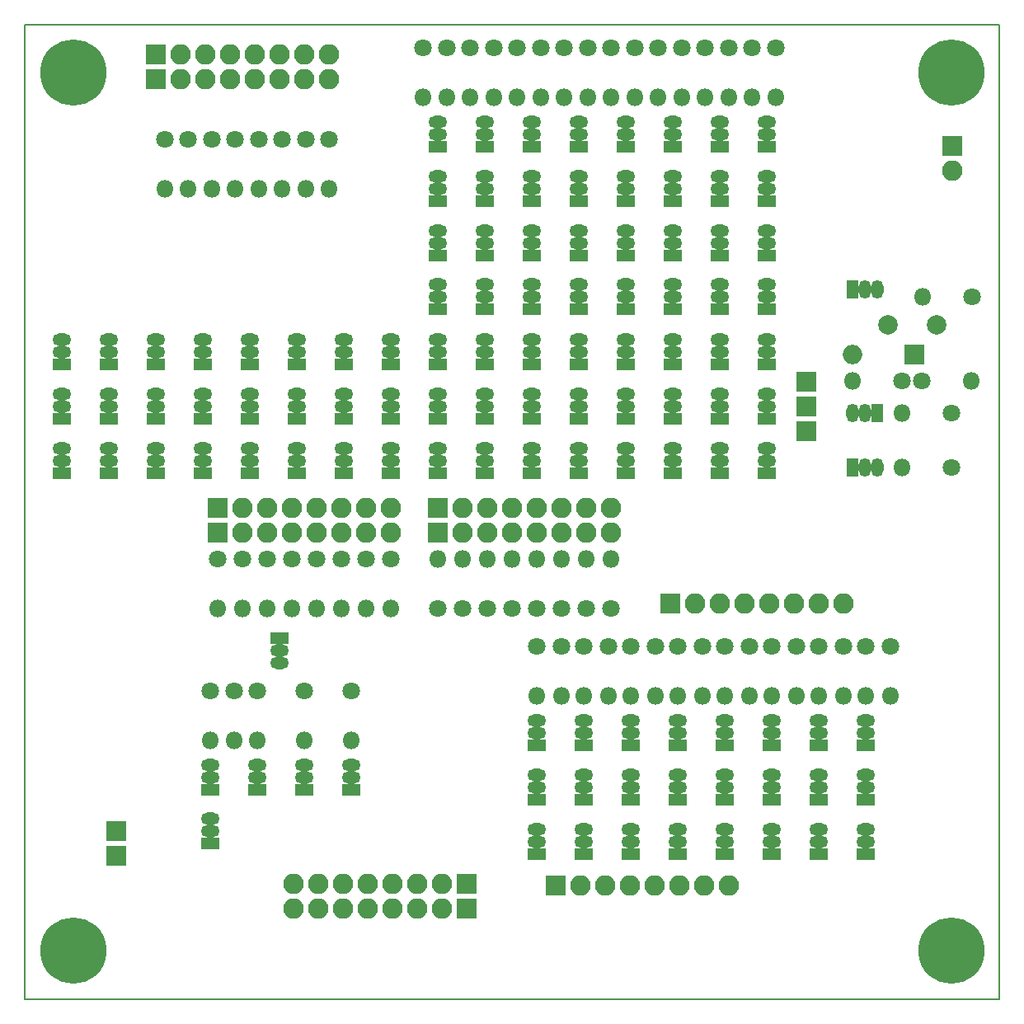
<source format=gbr>
%TF.GenerationSoftware,KiCad,Pcbnew,4.0.7-e2-6376~61~ubuntu18.04.1*%
%TF.CreationDate,2020-08-23T10:07:49+02:00*%
%TF.ProjectId,controller,636F6E74726F6C6C65722E6B69636164,rev?*%
%TF.FileFunction,Soldermask,Bot*%
%FSLAX46Y46*%
G04 Gerber Fmt 4.6, Leading zero omitted, Abs format (unit mm)*
G04 Created by KiCad (PCBNEW 4.0.7-e2-6376~61~ubuntu18.04.1) date Sun Aug 23 10:07:49 2020*
%MOMM*%
%LPD*%
G01*
G04 APERTURE LIST*
%ADD10C,0.100000*%
%ADD11C,0.150000*%
%ADD12C,2.000000*%
%ADD13R,2.000000X2.000000*%
%ADD14O,2.000000X2.000000*%
%ADD15R,2.100000X2.100000*%
%ADD16O,2.100000X2.100000*%
%ADD17O,1.300000X1.900000*%
%ADD18R,1.300000X1.900000*%
%ADD19O,1.900000X1.300000*%
%ADD20R,1.900000X1.300000*%
%ADD21C,1.800000*%
%ADD22O,1.800000X1.800000*%
%ADD23C,6.800000*%
G04 APERTURE END LIST*
D10*
D11*
X41440000Y-15405000D02*
X41440000Y-115405000D01*
X41440000Y-115405000D02*
X141440000Y-115405000D01*
X141440000Y-15405000D02*
X141440000Y-115405000D01*
X41440000Y-15405000D02*
X141440000Y-15405000D01*
D12*
X135048000Y-46228000D03*
X130048000Y-46228000D03*
D13*
X132715000Y-49276000D03*
D14*
X126365000Y-49276000D03*
D15*
X121666000Y-57150000D03*
X83820000Y-67564000D03*
D16*
X86360000Y-67564000D03*
X88900000Y-67564000D03*
X91440000Y-67564000D03*
X93980000Y-67564000D03*
X96520000Y-67564000D03*
X99060000Y-67564000D03*
X101600000Y-67564000D03*
D15*
X83820000Y-65024000D03*
D16*
X86360000Y-65024000D03*
X88900000Y-65024000D03*
X91440000Y-65024000D03*
X93980000Y-65024000D03*
X96520000Y-65024000D03*
X99060000Y-65024000D03*
X101600000Y-65024000D03*
D15*
X61214000Y-67564000D03*
D16*
X63754000Y-67564000D03*
X66294000Y-67564000D03*
X68834000Y-67564000D03*
X71374000Y-67564000D03*
X73914000Y-67564000D03*
X76454000Y-67564000D03*
X78994000Y-67564000D03*
D15*
X61214000Y-65024000D03*
D16*
X63754000Y-65024000D03*
X66294000Y-65024000D03*
X68834000Y-65024000D03*
X71374000Y-65024000D03*
X73914000Y-65024000D03*
X76454000Y-65024000D03*
X78994000Y-65024000D03*
D15*
X121666000Y-54610000D03*
X121666000Y-52070000D03*
X54864000Y-18415000D03*
D16*
X57404000Y-18415000D03*
X59944000Y-18415000D03*
X62484000Y-18415000D03*
X65024000Y-18415000D03*
X67564000Y-18415000D03*
X70104000Y-18415000D03*
X72644000Y-18415000D03*
D15*
X54864000Y-20955000D03*
D16*
X57404000Y-20955000D03*
X59944000Y-20955000D03*
X62484000Y-20955000D03*
X65024000Y-20955000D03*
X67564000Y-20955000D03*
X70104000Y-20955000D03*
X72644000Y-20955000D03*
D15*
X107696000Y-74803000D03*
D16*
X110236000Y-74803000D03*
X112776000Y-74803000D03*
X115316000Y-74803000D03*
X117856000Y-74803000D03*
X120396000Y-74803000D03*
X122936000Y-74803000D03*
X125476000Y-74803000D03*
D15*
X50800000Y-100711000D03*
X50800000Y-98171000D03*
X95885000Y-103759000D03*
D16*
X98425000Y-103759000D03*
X100965000Y-103759000D03*
X103505000Y-103759000D03*
X106045000Y-103759000D03*
X108585000Y-103759000D03*
X111125000Y-103759000D03*
X113665000Y-103759000D03*
D15*
X86741000Y-106172000D03*
D16*
X84201000Y-106172000D03*
X81661000Y-106172000D03*
X79121000Y-106172000D03*
X76581000Y-106172000D03*
X74041000Y-106172000D03*
X71501000Y-106172000D03*
X68961000Y-106172000D03*
D15*
X86741000Y-103632000D03*
D16*
X84201000Y-103632000D03*
X81661000Y-103632000D03*
X79121000Y-103632000D03*
X76581000Y-103632000D03*
X74041000Y-103632000D03*
X71501000Y-103632000D03*
X68961000Y-103632000D03*
D15*
X136652000Y-27813000D03*
D16*
X136652000Y-30353000D03*
D17*
X127635000Y-42545000D03*
X128905000Y-42545000D03*
D18*
X126365000Y-42545000D03*
D17*
X127635000Y-55245000D03*
X126365000Y-55245000D03*
D18*
X128905000Y-55245000D03*
D17*
X127635000Y-60833000D03*
X128905000Y-60833000D03*
D18*
X126365000Y-60833000D03*
D19*
X67564000Y-79629000D03*
X67564000Y-80899000D03*
D20*
X67564000Y-78359000D03*
D19*
X70104000Y-92710000D03*
X70104000Y-91440000D03*
D20*
X70104000Y-93980000D03*
D19*
X74930000Y-92710000D03*
X74930000Y-91440000D03*
D20*
X74930000Y-93980000D03*
D19*
X60452000Y-98171000D03*
X60452000Y-96901000D03*
D20*
X60452000Y-99441000D03*
D19*
X60452000Y-92710000D03*
X60452000Y-91440000D03*
D20*
X60452000Y-93980000D03*
D19*
X65278000Y-92710000D03*
X65278000Y-91440000D03*
D20*
X65278000Y-93980000D03*
D19*
X83820000Y-37846000D03*
X83820000Y-36576000D03*
D20*
X83820000Y-39116000D03*
D19*
X83820000Y-26670000D03*
X83820000Y-25400000D03*
D20*
X83820000Y-27940000D03*
D19*
X83820000Y-32258000D03*
X83820000Y-30988000D03*
D20*
X83820000Y-33528000D03*
D19*
X88646000Y-37846000D03*
X88646000Y-36576000D03*
D20*
X88646000Y-39116000D03*
D19*
X88646000Y-26670000D03*
X88646000Y-25400000D03*
D20*
X88646000Y-27940000D03*
D19*
X88646000Y-32258000D03*
X88646000Y-30988000D03*
D20*
X88646000Y-33528000D03*
D19*
X93472000Y-37846000D03*
X93472000Y-36576000D03*
D20*
X93472000Y-39116000D03*
D19*
X93472000Y-26670000D03*
X93472000Y-25400000D03*
D20*
X93472000Y-27940000D03*
D19*
X93472000Y-32258000D03*
X93472000Y-30988000D03*
D20*
X93472000Y-33528000D03*
D19*
X98298000Y-37846000D03*
X98298000Y-36576000D03*
D20*
X98298000Y-39116000D03*
D19*
X98298000Y-26670000D03*
X98298000Y-25400000D03*
D20*
X98298000Y-27940000D03*
D19*
X98298000Y-32258000D03*
X98298000Y-30988000D03*
D20*
X98298000Y-33528000D03*
D19*
X103124000Y-37846000D03*
X103124000Y-36576000D03*
D20*
X103124000Y-39116000D03*
D19*
X103124000Y-26670000D03*
X103124000Y-25400000D03*
D20*
X103124000Y-27940000D03*
D19*
X103124000Y-32258000D03*
X103124000Y-30988000D03*
D20*
X103124000Y-33528000D03*
D19*
X107950000Y-37846000D03*
X107950000Y-36576000D03*
D20*
X107950000Y-39116000D03*
D19*
X107950000Y-26670000D03*
X107950000Y-25400000D03*
D20*
X107950000Y-27940000D03*
D19*
X107950000Y-32258000D03*
X107950000Y-30988000D03*
D20*
X107950000Y-33528000D03*
D19*
X112776000Y-37846000D03*
X112776000Y-36576000D03*
D20*
X112776000Y-39116000D03*
D19*
X112776000Y-26670000D03*
X112776000Y-25400000D03*
D20*
X112776000Y-27940000D03*
D19*
X112776000Y-32258000D03*
X112776000Y-30988000D03*
D20*
X112776000Y-33528000D03*
D19*
X117602000Y-37846000D03*
X117602000Y-36576000D03*
D20*
X117602000Y-39116000D03*
D19*
X117602000Y-26670000D03*
X117602000Y-25400000D03*
D20*
X117602000Y-27940000D03*
D19*
X117602000Y-32258000D03*
X117602000Y-30988000D03*
D20*
X117602000Y-33528000D03*
D19*
X45212000Y-49022000D03*
X45212000Y-47752000D03*
D20*
X45212000Y-50292000D03*
D19*
X45212000Y-54610000D03*
X45212000Y-53340000D03*
D20*
X45212000Y-55880000D03*
D19*
X50038000Y-49022000D03*
X50038000Y-47752000D03*
D20*
X50038000Y-50292000D03*
D19*
X50038000Y-54610000D03*
X50038000Y-53340000D03*
D20*
X50038000Y-55880000D03*
D19*
X54864000Y-49022000D03*
X54864000Y-47752000D03*
D20*
X54864000Y-50292000D03*
D19*
X54864000Y-54610000D03*
X54864000Y-53340000D03*
D20*
X54864000Y-55880000D03*
D19*
X59690000Y-49022000D03*
X59690000Y-47752000D03*
D20*
X59690000Y-50292000D03*
D19*
X59690000Y-54610000D03*
X59690000Y-53340000D03*
D20*
X59690000Y-55880000D03*
D19*
X64516000Y-49022000D03*
X64516000Y-47752000D03*
D20*
X64516000Y-50292000D03*
D19*
X64516000Y-54610000D03*
X64516000Y-53340000D03*
D20*
X64516000Y-55880000D03*
D19*
X69342000Y-49022000D03*
X69342000Y-47752000D03*
D20*
X69342000Y-50292000D03*
D19*
X69342000Y-54610000D03*
X69342000Y-53340000D03*
D20*
X69342000Y-55880000D03*
D19*
X74168000Y-49022000D03*
X74168000Y-47752000D03*
D20*
X74168000Y-50292000D03*
D19*
X74168000Y-54610000D03*
X74168000Y-53340000D03*
D20*
X74168000Y-55880000D03*
D19*
X78994000Y-49022000D03*
X78994000Y-47752000D03*
D20*
X78994000Y-50292000D03*
D19*
X78994000Y-54610000D03*
X78994000Y-53340000D03*
D20*
X78994000Y-55880000D03*
D19*
X83820000Y-49022000D03*
X83820000Y-47752000D03*
D20*
X83820000Y-50292000D03*
D19*
X83820000Y-54610000D03*
X83820000Y-53340000D03*
D20*
X83820000Y-55880000D03*
D19*
X88646000Y-49022000D03*
X88646000Y-47752000D03*
D20*
X88646000Y-50292000D03*
D19*
X88646000Y-54610000D03*
X88646000Y-53340000D03*
D20*
X88646000Y-55880000D03*
D19*
X93472000Y-49022000D03*
X93472000Y-47752000D03*
D20*
X93472000Y-50292000D03*
D19*
X93472000Y-54610000D03*
X93472000Y-53340000D03*
D20*
X93472000Y-55880000D03*
D19*
X98298000Y-49022000D03*
X98298000Y-47752000D03*
D20*
X98298000Y-50292000D03*
D19*
X98298000Y-54610000D03*
X98298000Y-53340000D03*
D20*
X98298000Y-55880000D03*
D19*
X103124000Y-49022000D03*
X103124000Y-47752000D03*
D20*
X103124000Y-50292000D03*
D19*
X103124000Y-54610000D03*
X103124000Y-53340000D03*
D20*
X103124000Y-55880000D03*
D19*
X107950000Y-49022000D03*
X107950000Y-47752000D03*
D20*
X107950000Y-50292000D03*
D19*
X107950000Y-54610000D03*
X107950000Y-53340000D03*
D20*
X107950000Y-55880000D03*
D19*
X112776000Y-49022000D03*
X112776000Y-47752000D03*
D20*
X112776000Y-50292000D03*
D19*
X112776000Y-54610000D03*
X112776000Y-53340000D03*
D20*
X112776000Y-55880000D03*
D19*
X117602000Y-49022000D03*
X117602000Y-47752000D03*
D20*
X117602000Y-50292000D03*
D19*
X117602000Y-54610000D03*
X117602000Y-53340000D03*
D20*
X117602000Y-55880000D03*
D19*
X83820000Y-43307000D03*
X83820000Y-42037000D03*
D20*
X83820000Y-44577000D03*
D19*
X88646000Y-43307000D03*
X88646000Y-42037000D03*
D20*
X88646000Y-44577000D03*
D19*
X93472000Y-43307000D03*
X93472000Y-42037000D03*
D20*
X93472000Y-44577000D03*
D19*
X98298000Y-43307000D03*
X98298000Y-42037000D03*
D20*
X98298000Y-44577000D03*
D19*
X103124000Y-43307000D03*
X103124000Y-42037000D03*
D20*
X103124000Y-44577000D03*
D19*
X107950000Y-43307000D03*
X107950000Y-42037000D03*
D20*
X107950000Y-44577000D03*
D19*
X112776000Y-43307000D03*
X112776000Y-42037000D03*
D20*
X112776000Y-44577000D03*
D19*
X117602000Y-43307000D03*
X117602000Y-42037000D03*
D20*
X117602000Y-44577000D03*
D19*
X83820000Y-60198000D03*
X83820000Y-58928000D03*
D20*
X83820000Y-61468000D03*
D19*
X45212000Y-60198000D03*
X45212000Y-58928000D03*
D20*
X45212000Y-61468000D03*
D19*
X88646000Y-60198000D03*
X88646000Y-58928000D03*
D20*
X88646000Y-61468000D03*
D19*
X50038000Y-60198000D03*
X50038000Y-58928000D03*
D20*
X50038000Y-61468000D03*
D19*
X93472000Y-60198000D03*
X93472000Y-58928000D03*
D20*
X93472000Y-61468000D03*
D19*
X54864000Y-60198000D03*
X54864000Y-58928000D03*
D20*
X54864000Y-61468000D03*
D19*
X98298000Y-60198000D03*
X98298000Y-58928000D03*
D20*
X98298000Y-61468000D03*
D19*
X59690000Y-60198000D03*
X59690000Y-58928000D03*
D20*
X59690000Y-61468000D03*
D19*
X103124000Y-60198000D03*
X103124000Y-58928000D03*
D20*
X103124000Y-61468000D03*
D19*
X64516000Y-60198000D03*
X64516000Y-58928000D03*
D20*
X64516000Y-61468000D03*
D19*
X107950000Y-60198000D03*
X107950000Y-58928000D03*
D20*
X107950000Y-61468000D03*
D19*
X69342000Y-60198000D03*
X69342000Y-58928000D03*
D20*
X69342000Y-61468000D03*
D19*
X112776000Y-60198000D03*
X112776000Y-58928000D03*
D20*
X112776000Y-61468000D03*
D19*
X74168000Y-60198000D03*
X74168000Y-58928000D03*
D20*
X74168000Y-61468000D03*
D19*
X117602000Y-60198000D03*
X117602000Y-58928000D03*
D20*
X117602000Y-61468000D03*
D19*
X78994000Y-60198000D03*
X78994000Y-58928000D03*
D20*
X78994000Y-61468000D03*
D19*
X93980000Y-93726000D03*
X93980000Y-92456000D03*
D20*
X93980000Y-94996000D03*
D19*
X93980000Y-99314000D03*
X93980000Y-98044000D03*
D20*
X93980000Y-100584000D03*
D19*
X98806000Y-93726000D03*
X98806000Y-92456000D03*
D20*
X98806000Y-94996000D03*
D19*
X98806000Y-99314000D03*
X98806000Y-98044000D03*
D20*
X98806000Y-100584000D03*
D19*
X103632000Y-93726000D03*
X103632000Y-92456000D03*
D20*
X103632000Y-94996000D03*
D19*
X103632000Y-99314000D03*
X103632000Y-98044000D03*
D20*
X103632000Y-100584000D03*
D19*
X108458000Y-93726000D03*
X108458000Y-92456000D03*
D20*
X108458000Y-94996000D03*
D19*
X108458000Y-99314000D03*
X108458000Y-98044000D03*
D20*
X108458000Y-100584000D03*
D19*
X113284000Y-93726000D03*
X113284000Y-92456000D03*
D20*
X113284000Y-94996000D03*
D19*
X113284000Y-99314000D03*
X113284000Y-98044000D03*
D20*
X113284000Y-100584000D03*
D19*
X118110000Y-93726000D03*
X118110000Y-92456000D03*
D20*
X118110000Y-94996000D03*
D19*
X118110000Y-99314000D03*
X118110000Y-98044000D03*
D20*
X118110000Y-100584000D03*
D19*
X122936000Y-93726000D03*
X122936000Y-92456000D03*
D20*
X122936000Y-94996000D03*
D19*
X122936000Y-99314000D03*
X122936000Y-98044000D03*
D20*
X122936000Y-100584000D03*
D19*
X127762000Y-93726000D03*
X127762000Y-92456000D03*
D20*
X127762000Y-94996000D03*
D19*
X127762000Y-99314000D03*
X127762000Y-98044000D03*
D20*
X127762000Y-100584000D03*
D19*
X93980000Y-88138000D03*
X93980000Y-86868000D03*
D20*
X93980000Y-89408000D03*
D19*
X98806000Y-88138000D03*
X98806000Y-86868000D03*
D20*
X98806000Y-89408000D03*
D19*
X103632000Y-88138000D03*
X103632000Y-86868000D03*
D20*
X103632000Y-89408000D03*
D19*
X108458000Y-88138000D03*
X108458000Y-86868000D03*
D20*
X108458000Y-89408000D03*
D19*
X113284000Y-88138000D03*
X113284000Y-86868000D03*
D20*
X113284000Y-89408000D03*
D19*
X118110000Y-88138000D03*
X118110000Y-86868000D03*
D20*
X118110000Y-89408000D03*
D19*
X122936000Y-88138000D03*
X122936000Y-86868000D03*
D20*
X122936000Y-89408000D03*
D19*
X127762000Y-88138000D03*
X127762000Y-86868000D03*
D20*
X127762000Y-89408000D03*
D21*
X138684000Y-43307000D03*
D22*
X133604000Y-43307000D03*
D21*
X101600000Y-75311000D03*
D22*
X101600000Y-70231000D03*
D21*
X99060000Y-75311000D03*
D22*
X99060000Y-70231000D03*
D21*
X96520000Y-75311000D03*
D22*
X96520000Y-70231000D03*
D21*
X93980000Y-75311000D03*
D22*
X93980000Y-70231000D03*
D21*
X91440000Y-75311000D03*
D22*
X91440000Y-70231000D03*
D21*
X88900000Y-75311000D03*
D22*
X88900000Y-70231000D03*
D21*
X86360000Y-75311000D03*
D22*
X86360000Y-70231000D03*
D21*
X83820000Y-75311000D03*
D22*
X83820000Y-70231000D03*
D21*
X131445000Y-51943000D03*
D22*
X126365000Y-51943000D03*
D21*
X61214000Y-70231000D03*
D22*
X61214000Y-75311000D03*
D21*
X63754000Y-70231000D03*
D22*
X63754000Y-75311000D03*
D21*
X66294000Y-70231000D03*
D22*
X66294000Y-75311000D03*
D21*
X68834000Y-70231000D03*
D22*
X68834000Y-75311000D03*
D21*
X71374000Y-70231000D03*
D22*
X71374000Y-75311000D03*
D21*
X73914000Y-70231000D03*
D22*
X73914000Y-75311000D03*
D21*
X76454000Y-70231000D03*
D22*
X76454000Y-75311000D03*
D21*
X78994000Y-70231000D03*
D22*
X78994000Y-75311000D03*
D21*
X133477000Y-51943000D03*
D22*
X138557000Y-51943000D03*
D21*
X136525000Y-55245000D03*
D22*
X131445000Y-55245000D03*
D21*
X136525000Y-60833000D03*
D22*
X131445000Y-60833000D03*
D21*
X72644000Y-27178000D03*
D22*
X72644000Y-32258000D03*
D21*
X70231000Y-27178000D03*
D22*
X70231000Y-32258000D03*
D21*
X67818000Y-27178000D03*
D22*
X67818000Y-32258000D03*
D21*
X65405000Y-27178000D03*
D22*
X65405000Y-32258000D03*
D21*
X62992000Y-27178000D03*
D22*
X62992000Y-32258000D03*
D21*
X60579000Y-27178000D03*
D22*
X60579000Y-32258000D03*
D21*
X58166000Y-27178000D03*
D22*
X58166000Y-32258000D03*
D21*
X55753000Y-27178000D03*
D22*
X55753000Y-32258000D03*
D21*
X62865000Y-83820000D03*
D22*
X62865000Y-88900000D03*
D21*
X70104000Y-83820000D03*
D22*
X70104000Y-88900000D03*
D21*
X74930000Y-83820000D03*
D22*
X74930000Y-88900000D03*
D21*
X60452000Y-83820000D03*
D22*
X60452000Y-88900000D03*
D21*
X65278000Y-83820000D03*
D22*
X65278000Y-88900000D03*
D21*
X96520000Y-79248000D03*
D22*
X96520000Y-84328000D03*
D21*
X101346000Y-79248000D03*
D22*
X101346000Y-84328000D03*
D21*
X106172000Y-79248000D03*
D22*
X106172000Y-84328000D03*
D21*
X110998000Y-79248000D03*
D22*
X110998000Y-84328000D03*
D21*
X115824000Y-79248000D03*
D22*
X115824000Y-84328000D03*
D21*
X120650000Y-79248000D03*
D22*
X120650000Y-84328000D03*
D21*
X125476000Y-79248000D03*
D22*
X125476000Y-84328000D03*
D21*
X130302000Y-79248000D03*
D22*
X130302000Y-84328000D03*
D21*
X84709000Y-17780000D03*
D22*
X84709000Y-22860000D03*
D21*
X89535000Y-17780000D03*
D22*
X89535000Y-22860000D03*
D21*
X94361000Y-17780000D03*
D22*
X94361000Y-22860000D03*
D21*
X99187000Y-17780000D03*
D22*
X99187000Y-22860000D03*
D21*
X104013000Y-17780000D03*
D22*
X104013000Y-22860000D03*
D21*
X108839000Y-17780000D03*
D22*
X108839000Y-22860000D03*
D21*
X113665000Y-17780000D03*
D22*
X113665000Y-22860000D03*
D21*
X118491000Y-17780000D03*
D22*
X118491000Y-22860000D03*
D21*
X82296000Y-17780000D03*
D22*
X82296000Y-22860000D03*
D21*
X87122000Y-17780000D03*
D22*
X87122000Y-22860000D03*
D21*
X91948000Y-17780000D03*
D22*
X91948000Y-22860000D03*
D21*
X96774000Y-17780000D03*
D22*
X96774000Y-22860000D03*
D21*
X101600000Y-17780000D03*
D22*
X101600000Y-22860000D03*
D21*
X106426000Y-17780000D03*
D22*
X106426000Y-22860000D03*
D21*
X111252000Y-17780000D03*
D22*
X111252000Y-22860000D03*
D21*
X116078000Y-17780000D03*
D22*
X116078000Y-22860000D03*
D21*
X93980000Y-79248000D03*
D22*
X93980000Y-84328000D03*
D21*
X98806000Y-79248000D03*
D22*
X98806000Y-84328000D03*
D21*
X103632000Y-79248000D03*
D22*
X103632000Y-84328000D03*
D21*
X108458000Y-79248000D03*
D22*
X108458000Y-84328000D03*
D21*
X113284000Y-79248000D03*
D22*
X113284000Y-84328000D03*
D21*
X118110000Y-79248000D03*
D22*
X118110000Y-84328000D03*
D21*
X122936000Y-79248000D03*
D22*
X122936000Y-84328000D03*
D21*
X127762000Y-79248000D03*
D22*
X127762000Y-84328000D03*
D23*
X136525000Y-20320000D03*
X46355000Y-20320000D03*
X46355000Y-110490000D03*
X136525000Y-110490000D03*
M02*

</source>
